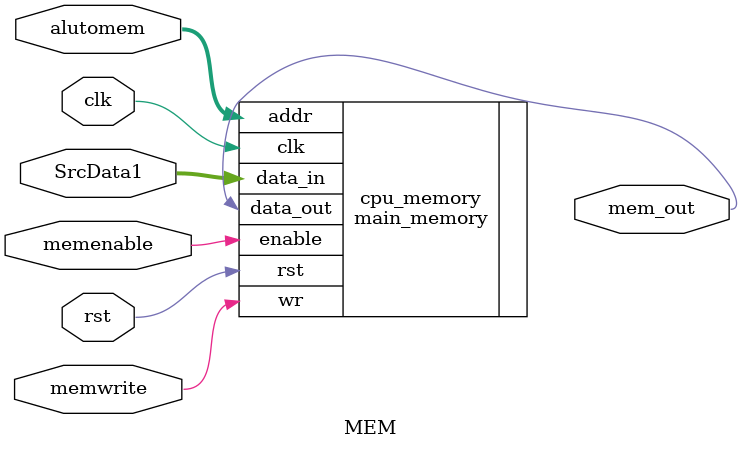
<source format=v>

module MEM (clk, rst, SrcData1, alutomem, memenable, memwrite, mem_out);
    // inputs
    input clk, rst;
    input [15:0] SrcData1;
    input [15:0] alutomem;
    input memenable, memwrite;

    // output
    output mem_out;

    main_memory cpu_memory (
        .data_out(mem_out), 
        .data_in(SrcData1), 
        .addr(alutomem), 
        .enable(memenable), 
        .wr(memwrite), 
        .clk(clk), 
        .rst(rst)
    );

endmodule
</source>
